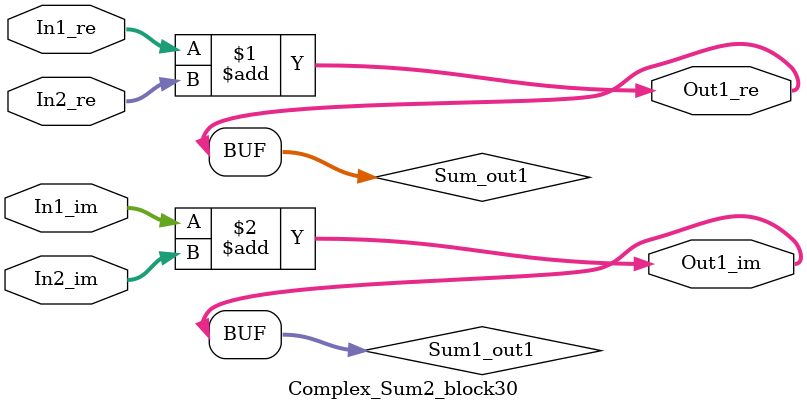
<source format=v>



`timescale 1 ns / 1 ns

module Complex_Sum2_block30
          (In1_re,
           In1_im,
           In2_re,
           In2_im,
           Out1_re,
           Out1_im);


  input   signed [36:0] In1_re;  // sfix37_En22
  input   signed [36:0] In1_im;  // sfix37_En22
  input   signed [36:0] In2_re;  // sfix37_En22
  input   signed [36:0] In2_im;  // sfix37_En22
  output  signed [36:0] Out1_re;  // sfix37_En22
  output  signed [36:0] Out1_im;  // sfix37_En22


  wire signed [36:0] Sum_out1;  // sfix37_En22
  wire signed [36:0] Sum1_out1;  // sfix37_En22


  assign Sum_out1 = In1_re + In2_re;



  assign Out1_re = Sum_out1;

  assign Sum1_out1 = In1_im + In2_im;



  assign Out1_im = Sum1_out1;

endmodule  // Complex_Sum2_block30


</source>
